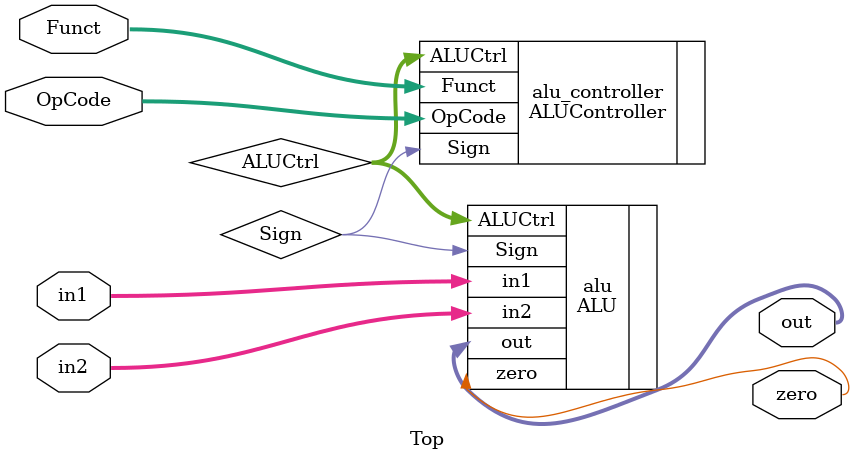
<source format=v>

`timescale 1ns/1ps
module Top (input [5:0] OpCode,
            input [5:0] Funct,
            input [31:0] in1,
            input [31:0] in2,
            output [31:0] out,
            output zero
           );
    
    wire [4:0] ALUCtrl;
    wire Sign;

    ALUController alu_controller(.OpCode(OpCode), .Funct(Funct), .ALUCtrl(ALUCtrl), .Sign(Sign));
    ALU alu(.ALUCtrl(ALUCtrl), .Sign(Sign), .in1(in1), .in2(in2), .out(out), .zero(zero));

endmodule

</source>
